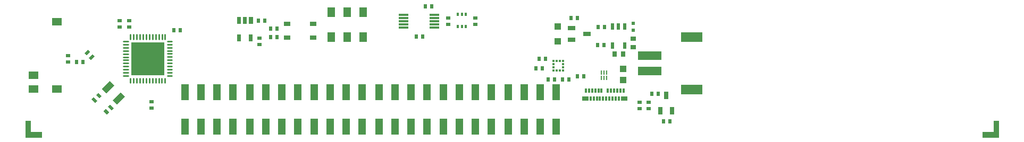
<source format=gtp>
G04 Layer: TopPasteMaskLayer*
G04 EasyEDA v6.3.43, 2020-06-04T01:39:48+01:00*
G04 c5e8e4d559e34370b9c9d94393fceecd,c23c5ad5fcdd482d9714491510f6a4f3,10*
G04 Gerber Generator version 0.2*
G04 Scale: 100 percent, Rotated: No, Reflected: No *
G04 Dimensions in millimeters *
G04 leading zeros omitted , absolute positions ,3 integer and 3 decimal *
%FSLAX33Y33*%
%MOMM*%
G90*
G71D02*

%ADD17C,0.280010*%
%ADD20R,1.270000X2.540000*%
%ADD21R,0.499999X0.799998*%
%ADD22R,3.799992X1.399540*%
%ADD23R,3.499993X1.599997*%
%ADD24R,0.299999X0.699999*%
%ADD25R,0.999998X0.699999*%
%ADD26R,1.050011X0.650011*%
%ADD27R,0.799998X0.499999*%
%ADD28R,1.250010X0.699999*%
%ADD29R,0.699999X1.250010*%
%ADD30R,0.499999X0.599999*%
%ADD31R,0.419989X0.599999*%
%ADD32R,0.550012X0.999998*%
%ADD33R,0.899160X0.701040*%
%ADD34R,0.701040X0.899160*%
%ADD35R,0.200000X0.699999*%
%ADD36R,1.099998X0.999998*%
%ADD37R,0.999998X0.999998*%
%ADD40R,5.299989X5.299989*%
%ADD41R,1.499997X0.304800*%
%ADD42R,0.375920X0.350520*%
%ADD43R,0.350520X0.375920*%
%ADD44R,1.499870X1.199896*%

%LPD*%
G54D17*
G01X15697Y15449D02*
G01X16417Y15449D01*
G01X15697Y14949D02*
G01X16417Y14949D01*
G01X15697Y14448D02*
G01X16417Y14448D01*
G01X15697Y13948D02*
G01X16417Y13948D01*
G01X15697Y13448D02*
G01X16417Y13448D01*
G01X15697Y12947D02*
G01X16417Y12947D01*
G01X15697Y12449D02*
G01X16417Y12449D01*
G01X15697Y11949D02*
G01X16417Y11949D01*
G01X15697Y11449D02*
G01X16417Y11449D01*
G01X15697Y10948D02*
G01X16417Y10948D01*
G01X15697Y10448D02*
G01X16417Y10448D01*
G01X15697Y9947D02*
G01X16417Y9947D01*
G01X16814Y9540D02*
G01X16814Y8820D01*
G01X17315Y9540D02*
G01X17315Y8820D01*
G01X17815Y9540D02*
G01X17815Y8820D01*
G01X18315Y9540D02*
G01X18315Y8820D01*
G01X18816Y9540D02*
G01X18816Y8820D01*
G01X19316Y9540D02*
G01X19316Y8820D01*
G01X19814Y9540D02*
G01X19814Y8820D01*
G01X20314Y9540D02*
G01X20314Y8820D01*
G01X20815Y9540D02*
G01X20815Y8820D01*
G01X21315Y9540D02*
G01X21315Y8820D01*
G01X21816Y9540D02*
G01X21816Y8820D01*
G01X22316Y9540D02*
G01X22316Y8820D01*
G01X22697Y9963D02*
G01X23417Y9963D01*
G01X22697Y10463D02*
G01X23417Y10463D01*
G01X22697Y10963D02*
G01X23417Y10963D01*
G01X22697Y11464D02*
G01X23417Y11464D01*
G01X22697Y11964D02*
G01X23417Y11964D01*
G01X22697Y12465D02*
G01X23417Y12465D01*
G01X22697Y12962D02*
G01X23417Y12962D01*
G01X22697Y13463D02*
G01X23417Y13463D01*
G01X22697Y13963D02*
G01X23417Y13963D01*
G01X22697Y14464D02*
G01X23417Y14464D01*
G01X22697Y14964D02*
G01X23417Y14964D01*
G01X22697Y15464D02*
G01X23417Y15464D01*
G01X22326Y16540D02*
G01X22326Y15820D01*
G01X21826Y16540D02*
G01X21826Y15820D01*
G01X21325Y16540D02*
G01X21325Y15820D01*
G01X20825Y16540D02*
G01X20825Y15820D01*
G01X20325Y16540D02*
G01X20325Y15820D01*
G01X19824Y16540D02*
G01X19824Y15820D01*
G01X19326Y16540D02*
G01X19326Y15820D01*
G01X18826Y16540D02*
G01X18826Y15820D01*
G01X18326Y16540D02*
G01X18326Y15820D01*
G01X17825Y16540D02*
G01X17825Y15820D01*
G01X17325Y16540D02*
G01X17325Y15820D01*
G01X16824Y16540D02*
G01X16824Y15820D01*
G36*
G01X155130Y2711D02*
G01X155130Y44D01*
G01X152463Y44D01*
G01X152463Y933D01*
G01X154241Y933D01*
G01X154241Y2711D01*
G01X155130Y2711D01*
G37*
G36*
G01X2730Y44D02*
G01X63Y44D01*
G01X63Y2711D01*
G01X952Y2711D01*
G01X952Y933D01*
G01X2730Y933D01*
G01X2730Y44D01*
G37*
G54D20*
G01X33147Y7282D03*
G01X33147Y1823D03*
G01X30607Y7282D03*
G01X30607Y1823D03*
G01X28067Y7282D03*
G01X28067Y1823D03*
G01X25527Y7282D03*
G01X25527Y1823D03*
G01X43434Y7282D03*
G01X43434Y1823D03*
G01X40894Y7282D03*
G01X40894Y1823D03*
G01X38354Y7282D03*
G01X38354Y1823D03*
G01X35814Y7282D03*
G01X35814Y1823D03*
G01X53721Y7282D03*
G01X53721Y1823D03*
G01X51181Y7282D03*
G01X51181Y1823D03*
G01X48641Y7282D03*
G01X48641Y1823D03*
G01X46101Y7282D03*
G01X46101Y1823D03*
G01X64008Y7282D03*
G01X64008Y1823D03*
G01X61468Y7282D03*
G01X61468Y1823D03*
G01X58928Y7282D03*
G01X58928Y1823D03*
G01X56388Y7282D03*
G01X56388Y1823D03*
G01X74295Y7282D03*
G01X74295Y1823D03*
G01X71755Y7282D03*
G01X71755Y1823D03*
G01X69215Y7282D03*
G01X69215Y1823D03*
G01X66675Y7282D03*
G01X66675Y1823D03*
G01X84582Y7282D03*
G01X84582Y1823D03*
G01X82042Y7282D03*
G01X82042Y1823D03*
G01X79502Y7282D03*
G01X79502Y1823D03*
G01X76962Y7282D03*
G01X76962Y1823D03*
G54D21*
G01X83319Y9379D03*
G01X84319Y9379D03*
G01X82415Y11157D03*
G01X81415Y11157D03*
G01X81923Y12681D03*
G01X82923Y12681D03*
G01X86605Y9379D03*
G01X85605Y9379D03*
G54D22*
G01X99519Y13168D03*
G01X99520Y10669D03*
G54D23*
G01X106220Y16118D03*
G01X106220Y7719D03*
G54D24*
G01X89331Y7564D03*
G01X89831Y7564D03*
G01X90331Y7564D03*
G01X90833Y7564D03*
G01X91333Y7564D03*
G01X91829Y7564D03*
G01X92833Y7564D03*
G01X93328Y7564D03*
G01X93829Y7564D03*
G01X94328Y7564D03*
G01X94829Y7564D03*
G01X95328Y7564D03*
G54D25*
G01X89228Y6264D03*
G54D24*
G01X90079Y6264D03*
G01X90578Y6264D03*
G01X91079Y6264D03*
G01X91578Y6264D03*
G01X92079Y6264D03*
G01X92578Y6264D03*
G01X93079Y6264D03*
G01X93578Y6264D03*
G01X94079Y6264D03*
G01X94578Y6264D03*
G54D25*
G01X95429Y6264D03*
G54D26*
G01X45921Y16060D03*
G01X41721Y16060D03*
G01X45921Y18260D03*
G01X41721Y18260D03*
G54D21*
G01X89019Y9887D03*
G01X88019Y9887D03*
G36*
G01X12521Y4305D02*
G01X12875Y4659D01*
G01X13441Y4093D01*
G01X13087Y3739D01*
G01X12521Y4305D01*
G37*
G36*
G01X13229Y5012D02*
G01X13582Y5366D01*
G01X14148Y4800D01*
G01X13794Y4446D01*
G01X13229Y5012D01*
G37*
G36*
G01X12243Y6705D02*
G01X11889Y6351D01*
G01X11323Y6917D01*
G01X11677Y7271D01*
G01X12243Y6705D01*
G37*
G36*
G01X11535Y5998D02*
G01X11182Y5644D01*
G01X10616Y6210D01*
G01X10970Y6564D01*
G01X11535Y5998D01*
G37*
G01X91194Y14840D03*
G01X92194Y14840D03*
G01X91321Y17761D03*
G01X92321Y17761D03*
G54D27*
G01X71755Y18149D03*
G01X71755Y19149D03*
G54D21*
G01X100830Y7093D03*
G01X99830Y7093D03*
G54D27*
G01X97917Y5688D03*
G01X97917Y4688D03*
G54D21*
G01X39123Y16110D03*
G01X40123Y16110D03*
G01X88003Y19158D03*
G01X87003Y19158D03*
G54D27*
G01X67437Y18149D03*
G01X67437Y19149D03*
G54D28*
G01X89514Y16618D03*
G01X87015Y15668D03*
G01X87015Y17567D03*
G54D29*
G01X102108Y6818D03*
G01X103057Y4319D03*
G01X101158Y4319D03*
G54D30*
G01X96901Y17211D03*
G01X96901Y18310D03*
G54D31*
G01X70245Y17827D03*
G01X69596Y17827D03*
G01X68946Y17827D03*
G01X68946Y19726D03*
G01X69596Y19726D03*
G01X70245Y19726D03*
G54D21*
G01X9262Y12173D03*
G01X8262Y12173D03*
G01X101734Y2648D03*
G01X102734Y2648D03*
G54D27*
G01X37338Y14975D03*
G01X37338Y15975D03*
G01X6858Y13180D03*
G01X6858Y12180D03*
G54D32*
G01X95482Y14811D03*
G01X93582Y14811D03*
G01X93582Y17811D03*
G01X94532Y17811D03*
G01X95482Y17811D03*
G54D33*
G01X96901Y15881D03*
G01X96901Y14560D03*
G54D34*
G01X93954Y13443D03*
G01X95275Y13443D03*
G54D35*
G01X92603Y10453D03*
G01X92203Y10453D03*
G01X91802Y10453D03*
G01X91800Y9574D03*
G01X92203Y9574D03*
G01X92603Y9574D03*
G54D21*
G01X38218Y18777D03*
G01X37218Y18777D03*
G01X39124Y17507D03*
G01X40124Y17507D03*
G54D36*
G01X95250Y11041D03*
G01X95250Y9241D03*
G54D37*
G01X84836Y17817D03*
G01X84836Y15418D03*
G54D21*
G01X63364Y16237D03*
G01X62364Y16237D03*
G54D27*
G01X20193Y4815D03*
G01X20193Y5815D03*
G54D21*
G01X63762Y21063D03*
G01X64762Y21063D03*
G54D27*
G01X99314Y4688D03*
G01X99314Y5688D03*
G54D21*
G01X23757Y17253D03*
G01X24757Y17253D03*
G54D27*
G01X16637Y18768D03*
G01X16637Y17768D03*
G36*
G01X13990Y6053D02*
G01X15263Y7326D01*
G01X15970Y6618D01*
G01X14698Y5346D01*
G01X13990Y6053D01*
G37*
G36*
G01X12223Y7821D02*
G01X13495Y9093D01*
G01X14203Y8386D01*
G01X12930Y7113D01*
G01X12223Y7821D01*
G37*
G01X15113Y18768D03*
G01X15113Y17768D03*
G36*
G01X34410Y19329D02*
G01X33788Y19329D01*
G01X33788Y18224D01*
G01X34410Y18224D01*
G01X34410Y19329D01*
G37*
G36*
G01X35350Y19329D02*
G01X34728Y19329D01*
G01X34728Y18224D01*
G01X35350Y18224D01*
G01X35350Y19329D01*
G37*
G36*
G01X36315Y19329D02*
G01X35693Y19329D01*
G01X35693Y18224D01*
G01X36315Y18224D01*
G01X36315Y19329D01*
G37*
G36*
G01X36290Y16535D02*
G01X35668Y16535D01*
G01X35668Y15430D01*
G01X36290Y15430D01*
G01X36290Y16535D01*
G37*
G36*
G01X34410Y16535D02*
G01X33788Y16535D01*
G01X33788Y15430D01*
G01X34410Y15430D01*
G01X34410Y16535D01*
G37*
G54D40*
G01X19558Y12681D03*
G54D41*
G01X65189Y17650D03*
G01X65189Y18150D03*
G01X65189Y18650D03*
G01X65189Y19150D03*
G01X65189Y19649D03*
G01X60286Y19649D03*
G01X60286Y19150D03*
G01X60286Y18650D03*
G01X60286Y18150D03*
G01X60286Y17650D03*
G36*
G01X10039Y14129D02*
G01X10393Y13775D01*
G01X9827Y13209D01*
G01X9473Y13563D01*
G01X10039Y14129D01*
G37*
G36*
G01X10746Y13421D02*
G01X11100Y13068D01*
G01X10534Y12502D01*
G01X10180Y12856D01*
G01X10746Y13421D01*
G37*
G54D42*
G01X84212Y11288D03*
G01X84212Y11787D03*
G54D43*
G01X84212Y12288D03*
G01X84713Y12288D03*
G01X85212Y12288D03*
G01X85713Y12288D03*
G54D42*
G01X85713Y11787D03*
G01X85713Y11288D03*
G54D43*
G01X85713Y10787D03*
G01X85212Y10787D03*
G01X84713Y10787D03*
G01X84212Y10787D03*
G54D44*
G01X5126Y7855D03*
G01X5126Y18555D03*
G01X1397Y10054D03*
G01X1397Y7855D03*
G36*
G01X48168Y16904D02*
G01X49367Y16904D01*
G01X49367Y15380D01*
G01X48168Y15380D01*
G01X48168Y16904D01*
G37*
G36*
G01X50708Y16904D02*
G01X51907Y16904D01*
G01X51907Y15380D01*
G01X50708Y15380D01*
G01X50708Y16904D01*
G37*
G36*
G01X53248Y16904D02*
G01X54447Y16904D01*
G01X54447Y15380D01*
G01X53248Y15380D01*
G01X53248Y16904D01*
G37*
G36*
G01X53248Y20903D02*
G01X54447Y20903D01*
G01X54447Y19379D01*
G01X53248Y19379D01*
G01X53248Y20903D01*
G37*
G36*
G01X50708Y20903D02*
G01X51907Y20903D01*
G01X51907Y19379D01*
G01X50708Y19379D01*
G01X50708Y20903D01*
G37*
G36*
G01X48168Y20903D02*
G01X49367Y20903D01*
G01X49367Y19379D01*
G01X48168Y19379D01*
G01X48168Y20903D01*
G37*
M00*
M02*

</source>
